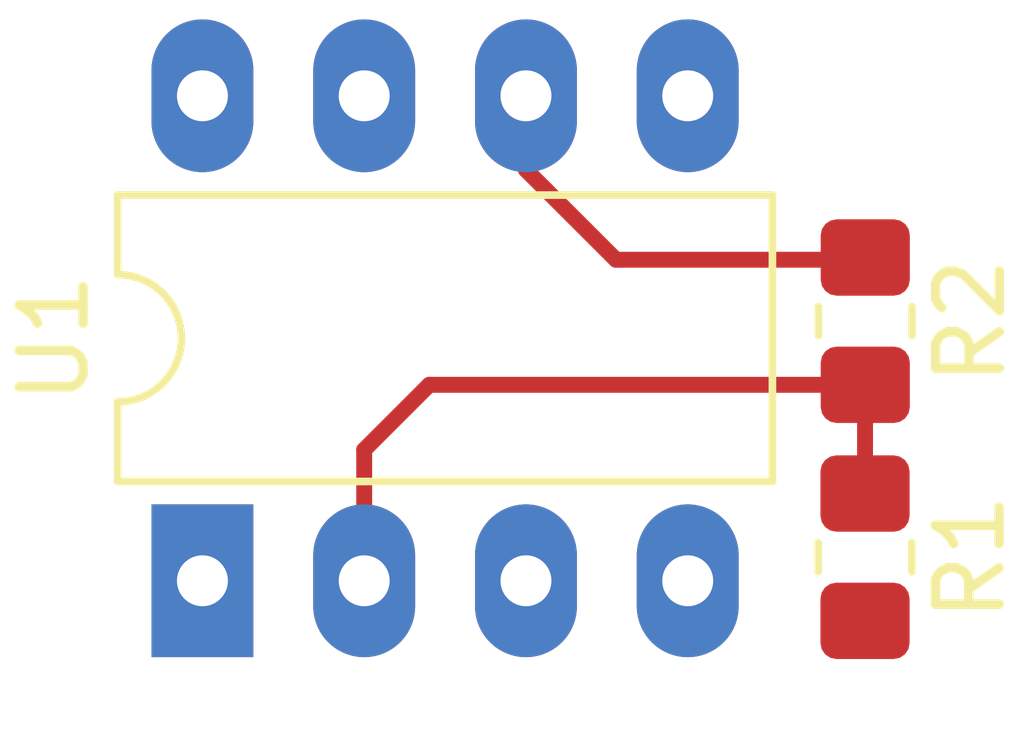
<source format=kicad_pcb>
(kicad_pcb (version 20211014) (generator pcbnew)
  (layers (0 "F.Cu" signal) (31 "B.Cu" signal) (34 "B.Paste" user) (35 "F.Paste" user) (36 "B.SilkS" user "B.Silkscreen") (37 "F.SilkS" user "F.Silkscreen") (38 "B.Mask" user) (39 "F.Mask" user) (44 "Edge.Cuts" user))
  (net 0 "")
  (net 1 "Net-(R1-Pad1)")
  (net 2 "GND")
  (net 3 "/Vin")
  (net 6 "/V+")
  (net 7 "/V-")
  (net 9 "/Vout")
  (footprint "Package_DIP:DIP-8_W7.62mm_LongPads" (layer "F.Cu") (at 155.3564 115.2294 90)
    (fp_text reference "U1" (at 3.81 -2.33 90) (layer "F.SilkS"))
    (fp_text value "TL071")
    (fp_line (start 6.06 -1.33) (end 4.81 -1.33) (layer "F.SilkS") (width 0.12))
    (fp_line (start 6.06 8.95) (end 6.06 -1.33) (layer "F.SilkS") (width 0.12))
    (fp_line (start 1.56 8.95) (end 6.06 8.95) (layer "F.SilkS") (width 0.12))
    (fp_line (start 1.56 -1.33) (end 1.56 8.95) (layer "F.SilkS") (width 0.12))
    (fp_line (start 2.81 -1.33) (end 1.56 -1.33) (layer "F.SilkS") (width 0.12))
    (fp_arc (start 4.81 -1.33) (mid 3.81 -0.33) (end 2.81 -1.33) (layer "F.SilkS") (width 0.12))
    (pad "1" thru_hole rect locked (at 0 0 90) (size 2.4 1.6) (drill 0.8) (layers *.Cu *.Mask))
    (pad "2" thru_hole oval locked (at 0 2.54 90) (size 2.4 1.6) (drill 0.8) (layers *.Cu *.Mask) (net 1 "Net-(R1-Pad1)"))
    (pad "3" thru_hole oval locked (at 0 5.08 90) (size 2.4 1.6) (drill 0.8) (layers *.Cu *.Mask) (net 3 "/Vin"))
    (pad "4" thru_hole oval locked (at 0 7.62 90) (size 2.4 1.6) (drill 0.8) (layers *.Cu *.Mask) (net 7 "/V-"))
    (pad "5" thru_hole oval locked (at 7.62 7.62 90) (size 2.4 1.6) (drill 0.8) (layers *.Cu *.Mask))
    (pad "6" thru_hole oval locked (at 7.62 5.08 90) (size 2.4 1.6) (drill 0.8) (layers *.Cu *.Mask) (net 9 "/Vout"))
    (pad "7" thru_hole oval locked (at 7.62 2.54 90) (size 2.4 1.6) (drill 0.8) (layers *.Cu *.Mask) (net 6 "/V+"))
    (pad "8" thru_hole oval locked (at 7.62 0 90) (size 2.4 1.6) (drill 0.8) (layers *.Cu *.Mask))
  )
  (footprint "Resistor_SMD:R_0805_2012Metric_Pad1.20x1.40mm_HandSolder" (layer "F.Cu") (at 165.7604 114.8588 -90)
    (fp_text reference "R1" (at 0 -1.65 90) (layer "F.SilkS"))
    (fp_text value "R_Small")
    (fp_line (start -0.227064 0.735) (end 0.227064 0.735) (layer "F.SilkS") (width 0.12))
    (fp_line (start -0.227064 -0.735) (end 0.227064 -0.735) (layer "F.SilkS") (width 0.12))
    (pad "1" smd roundrect locked (at -1 0 270) (size 1.2 1.4) (layers "F.Cu" "F.Paste" "F.Mask") (roundrect_rratio 0.208333) (net 1 "Net-(R1-Pad1)"))
    (pad "2" smd roundrect locked (at 1 0 270) (size 1.2 1.4) (layers "F.Cu" "F.Paste" "F.Mask") (roundrect_rratio 0.208333) (net 2 "GND"))
  )
  (footprint "Resistor_SMD:R_0805_2012Metric_Pad1.20x1.40mm_HandSolder" (layer "F.Cu") (at 165.764 111.1504 -90)
    (fp_text reference "R2" (at 0 -1.65 90) (layer "F.SilkS"))
    (fp_text value "R_Small")
    (fp_line (start -0.227064 0.735) (end 0.227064 0.735) (layer "F.SilkS") (width 0.12))
    (fp_line (start -0.227064 -0.735) (end 0.227064 -0.735) (layer "F.SilkS") (width 0.12))
    (pad "1" smd roundrect locked (at -1 0 270) (size 1.2 1.4) (layers "F.Cu" "F.Paste" "F.Mask") (roundrect_rratio 0.208333) (net 9 "/Vout"))
    (pad "2" smd roundrect locked (at 1 0 270) (size 1.2 1.4) (layers "F.Cu" "F.Paste" "F.Mask") (roundrect_rratio 0.208333) (net 1 "Net-(R1-Pad1)"))
  )
  (segment (start 157.8964 113.1724) (end 157.8964 115.2294) (width 0.25) (layer "F.Cu") (net 1))
  (segment (start 165.7604 113.8588) (end 165.7604 112.154) (width 0.25) (layer "F.Cu") (net 1))
  (segment (start 165.764 112.1504) (end 158.9184 112.1504) (width 0.25) (layer "F.Cu") (net 1))
  (segment (start 158.9184 112.1504) (end 157.8964 113.1724) (width 0.25) (layer "F.Cu") (net 1))
  (segment (start 165.7604 112.154) (end 165.764 112.1504) (width 0.25) (layer "F.Cu") (net 1))
  (segment (start 161.8488 110.1852) (end 165.7292 110.1852) (width 0.25) (layer "F.Cu") (net 9))
  (segment (start 165.7292 110.1852) (end 165.764 110.1504) (width 0.25) (layer "F.Cu") (net 9))
  (segment (start 160.4364 107.6094) (end 160.4364 108.7728) (width 0.25) (layer "F.Cu") (net 9))
  (segment (start 160.4364 108.7728) (end 161.8488 110.1852) (width 0.25) (layer "F.Cu") (net 9))
)
</source>
